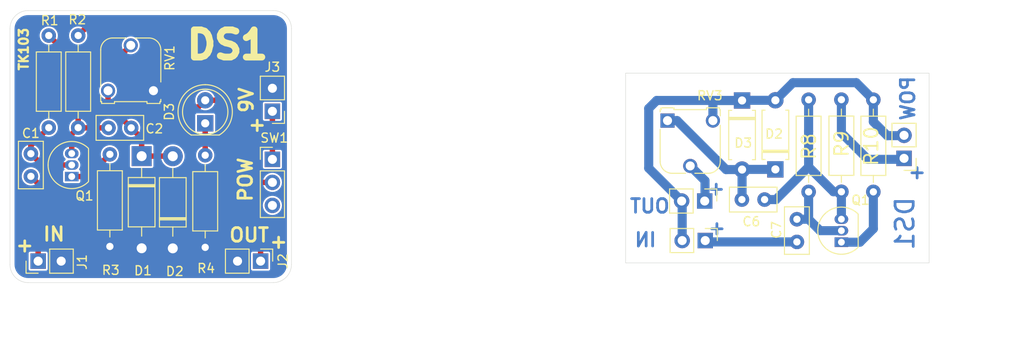
<source format=kicad_pcb>
(kicad_pcb (version 20240108) (generator "pcbnew") (generator_version "8.0")
  (layers (0 "F.Cu" signal) (31 "B.Cu" signal) (34 "B.Paste" user) (35 "F.Paste" user) (36 "B.SilkS" user "B.Silkscreen") (37 "F.SilkS" user "F.Silkscreen") (38 "B.Mask" user) (39 "F.Mask" user) (44 "Edge.Cuts" user))
  (net 0 "")
  (net 1 "IN")
  (net 2 "Net-(Q1-B)")
  (net 3 "Net-(Q1-C)")
  (net 4 "Net-(D1-K)")
  (net 5 "GND")
  (net 6 "Net-(Q1-E)")
  (net 7 "+9V")
  (net 8 "Net-(J3-Pin_1)")
  (net 9 "OUT")
  (net 10 "Net-(D3-K)")
  (footprint "Connector_PinHeader_2.54mm:PinHeader_1x03_P2.54mm_Vertical" (layer "F.Cu") (at 51 47.775)
    (property "Reference" "SW1" (at 0.2 -2.36 0) (layer "F.SilkS"))
    (property "Value" "ENABLE")
    (fp_line (start -1.33 -1.33) (end 0 -1.33) (stroke (width 0.12)) (layer "F.SilkS"))
    (fp_line (start -1.33 0) (end -1.33 -1.33) (stroke (width 0.12)) (layer "F.SilkS"))
    (fp_line (start -1.33 1.27) (end -1.33 6.41) (stroke (width 0.12)) (layer "F.SilkS"))
    (fp_line (start -1.33 1.27) (end 1.33 1.27) (stroke (width 0.12)) (layer "F.SilkS"))
    (fp_line (start -1.33 6.41) (end 1.33 6.41) (stroke (width 0.12)) (layer "F.SilkS"))
    (fp_line (start 1.33 1.27) (end 1.33 6.41) (stroke (width 0.12)) (layer "F.SilkS"))
    (pad "1" thru_hole rect (at 0 0) (size 1.7 1.7) (drill 1) (layers "*.Cu" "*.Mask") (net 8 "Net-(J3-Pin_1)"))
    (pad "2" thru_hole oval (at 0 2.54) (size 1.7 1.7) (drill 1) (layers "*.Cu" "*.Mask") (net 7 "+9V"))
    (pad "3" thru_hole oval (at 0 5.08) (size 1.7 1.7) (drill 1) (layers "*.Cu" "*.Mask"))
  )
  (footprint "Diode_THT:D_A-405_P7.62mm_Horizontal" (layer "F.Cu") (at 106.395 48.88 90)
    (property "Reference" "D2" (at 3.91 -0.15 0) (layer "F.SilkS"))
    (property "Value" "D")
    (fp_line (start 6.53 -1.47) (end 6.53 -1.14) (stroke (width 0.12)) (layer "F.SilkS"))
    (fp_line (start 2.11 -1.47) (end 2.11 1.47) (stroke (width 0.12)) (layer "F.SilkS"))
    (fp_line (start 1.99 -1.47) (end 1.99 1.47) (stroke (width 0.12)) (layer "F.SilkS"))
    (fp_line (start 1.87 -1.47) (end 1.87 1.47) (stroke (width 0.12)) (layer "F.SilkS"))
    (fp_line (start 1.09 -1.47) (end 6.53 -1.47) (stroke (width 0.12)) (layer "F.SilkS"))
    (fp_line (start 1.09 -1.14) (end 1.09 -1.47) (stroke (width 0.12)) (layer "F.SilkS"))
    (fp_line (start 1.09 1.14) (end 1.09 1.47) (stroke (width 0.12)) (layer "F.SilkS"))
    (fp_line (start 6.53 1.47) (end 6.53 1.14) (stroke (width 0.12)) (layer "F.SilkS"))
    (fp_line (start 1.09 1.47) (end 6.53 1.47) (stroke (width 0.12)) (layer "F.SilkS"))
    (pad "1" thru_hole rect (at 0 0 90) (size 1.8 1.8) (drill 0.9) (layers "*.Cu" "*.Mask"))
    (pad "2" thru_hole oval (at 7.62 0 90) (size 1.8 1.8) (drill 0.9) (layers "*.Cu" "*.Mask") (net 5 "GND"))
  )
  (footprint "Capacitor_THT:C_Disc_D5.0mm_W2.5mm_P2.50mm" (layer "F.Cu") (at 24.4 49.65 90)
    (property "Reference" "C1" (at 4.75 0 0) (layer "F.SilkS"))
    (property "Value" "100nF")
    (fp_line (start 3.87 -1.37) (end 3.87 1.37) (stroke (width 0.12)) (layer "F.SilkS"))
    (fp_line (start -1.37 -1.37) (end 3.87 -1.37) (stroke (width 0.12)) (layer "F.SilkS"))
    (fp_line (start -1.37 -1.37) (end -1.37 1.37) (stroke (width 0.12)) (layer "F.SilkS"))
    (fp_line (start -1.37 1.37) (end 3.87 1.37) (stroke (width 0.12)) (layer "F.SilkS"))
    (pad "1" thru_hole circle (at 0 0 90) (size 1.6 1.6) (drill 0.8) (layers "*.Cu" "*.Mask") (net 1 "IN"))
    (pad "2" thru_hole circle (at 2.5 0 90) (size 1.6 1.6) (drill 0.8) (layers "*.Cu" "*.Mask") (net 2 "Net-(Q1-B)"))
  )
  (footprint "Potentiometer_THT:Potentiometer_Runtron_RM-065_Vertical" (layer "F.Cu") (at 94.515 43.5)
    (property "Reference" "RV3" (at 4.66 -2.75 0) (layer "F.SilkS"))
    (property "Value" "100K")
    (fp_line (start -0.81 -1.21) (end -0.81 -0.96) (stroke (width 0.12)) (layer "F.SilkS"))
    (fp_line (start -0.81 4.5) (end -0.81 0.96) (stroke (width 0.12)) (layer "F.SilkS"))
    (fp_line (start -0.71 -1.41) (end -0.71 -1.21) (stroke (width 0.12)) (layer "F.SilkS"))
    (fp_line (start -0.71 -1.41) (end 0.71 -1.41) (stroke (width 0.12)) (layer "F.SilkS"))
    (fp_line (start -0.71 -1.21) (end -0.81 -1.21) (stroke (width 0.12)) (layer "F.SilkS"))
    (fp_line (start 0.71 -1.21) (end 0.71 -1.41) (stroke (width 0.12)) (layer "F.SilkS"))
    (fp_line (start 0.71 -1.21) (end 4.29 -1.21) (stroke (width 0.12)) (layer "F.SilkS"))
    (fp_line (start 1.99 5.81) (end 0.5 5.81) (stroke (width 0.12)) (layer "F.SilkS"))
    (fp_line (start 4.29 -1.41) (end 5.71 -1.41) (stroke (width 0.12)) (layer "F.SilkS"))
    (fp_line (start 4.29 -1.21) (end 4.29 -1.41) (stroke (width 0.12)) (layer "F.SilkS"))
    (fp_line (start 4.5 5.81) (end 3.01 5.81) (stroke (width 0.12)) (layer "F.SilkS"))
    (fp_line (start 5.71 -1.41) (end 5.71 -1.21) (stroke (width 0.12)) (layer "F.SilkS"))
    (fp_line (start 5.71 -1.21) (end 5.81 -1.21) (stroke (width 0.12)) (layer "F.SilkS"))
    (fp_line (start 5.81 -1.21) (end 5.81 -0.52) (stroke (width 0.12)) (layer "F.SilkS"))
    (fp_line (start 5.81 0.52) (end 5.81 4.5) (stroke (width 0.12)) (layer "F.SilkS"))
    (fp_arc (start 0.5 5.81) (mid -0.42631 5.42631) (end -0.81 4.5) (stroke (width 0.12)) (layer "F.SilkS"))
    (fp_arc (start 5.81 4.5) (mid 5.42631 5.42631) (end 4.5 5.81) (stroke (width 0.12)) (layer "F.SilkS"))
    (pad "1" thru_hole rect (at 0 0) (size 1.56 1.56) (drill 1) (layers "*.Cu" "*.Mask"))
    (pad "2" thru_hole circle (at 2.5 5) (size 1.56 1.56) (drill 1) (layers "*.Cu" "*.Mask") (net 9 "OUT"))
    (pad "3" thru_hole circle (at 5 0) (size 1.56 1.56) (drill 1) (layers "*.Cu" "*.Mask") (net 5 "GND"))
  )
  (footprint "Capacitor_THT:C_Disc_D5.0mm_W2.5mm_P2.50mm" (layer "F.Cu") (at 105.205 52.21 180)
    (property "Reference" "C6" (at 1.46 -2.43 0) (layer "F.SilkS"))
    (property "Value" "100nF")
    (fp_line (start 3.87 -1.37) (end 3.87 1.37) (stroke (width 0.12)) (layer "F.SilkS"))
    (fp_line (start -1.37 1.37) (end 3.87 1.37) (stroke (width 0.12)) (layer "F.SilkS"))
    (fp_line (start -1.37 -1.37) (end 3.87 -1.37) (stroke (width 0.12)) (layer "F.SilkS"))
    (fp_line (start -1.37 -1.37) (end -1.37 1.37) (stroke (width 0.12)) (layer "F.SilkS"))
    (pad "1" thru_hole circle (at 0 0 180) (size 1.6 1.6) (drill 0.8) (layers "*.Cu" "*.Mask") (net 3 "Net-(Q1-C)"))
    (pad "2" thru_hole circle (at 2.5 0 180) (size 1.6 1.6) (drill 0.8) (layers "*.Cu" "*.Mask"))
  )
  (footprint "Capacitor_THT:C_Disc_D5.0mm_W2.5mm_P2.50mm" (layer "F.Cu") (at 32.95 44.3)
    (property "Reference" "C2" (at 5.05 0.1 0) (layer "F.SilkS"))
    (property "Value" "100nF")
    (fp_line (start -1.37 -1.37) (end -1.37 1.37) (stroke (width 0.12)) (layer "F.SilkS"))
    (fp_line (start -1.37 -1.37) (end 3.87 -1.37) (stroke (width 0.12)) (layer "F.SilkS"))
    (fp_line (start -1.37 1.37) (end 3.87 1.37) (stroke (width 0.12)) (layer "F.SilkS"))
    (fp_line (start 3.87 -1.37) (end 3.87 1.37) (stroke (width 0.12)) (layer "F.SilkS"))
    (pad "1" thru_hole circle (at 0 0) (size 1.6 1.6) (drill 0.8) (layers "*.Cu" "*.Mask") (net 3 "Net-(Q1-C)"))
    (pad "2" thru_hole circle (at 2.5 0) (size 1.6 1.6) (drill 0.8) (layers "*.Cu" "*.Mask") (net 4 "Net-(D1-K)"))
  )
  (footprint "Resistor_THT:R_Axial_DIN0207_L6.3mm_D2.5mm_P10.16mm_Horizontal" (layer "F.Cu") (at 33.1 57.38 90)
    (property "Reference" "R3" (at -2.62 0.1 180) (layer "F.SilkS"))
    (property "Value" "680R")
    (fp_line (start 8.35 -1.37) (end 1.81 -1.37) (stroke (width 0.12)) (layer "F.SilkS"))
    (fp_line (start 1.81 -1.37) (end 1.81 1.37) (stroke (width 0.12)) (layer "F.SilkS"))
    (fp_line (start 9.12 0) (end 8.35 0) (stroke (width 0.12)) (layer "F.SilkS"))
    (fp_line (start 1.04 0) (end 1.81 0) (stroke (width 0.12)) (layer "F.SilkS"))
    (fp_line (start 8.35 1.37) (end 8.35 -1.37) (stroke (width 0.12)) (layer "F.SilkS"))
    (fp_line (start 1.81 1.37) (end 8.35 1.37) (stroke (width 0.12)) (layer "F.SilkS"))
    (pad "1" thru_hole circle (at 0 0 90) (size 1.6 1.6) (drill 0.8) (layers "*.Cu" "*.Mask") (net 5 "GND"))
    (pad "2" thru_hole oval (at 10.16 0 90) (size 1.6 1.6) (drill 0.8) (layers "*.Cu" "*.Mask") (net 6 "Net-(Q1-E)"))
  )
  (footprint "Diode_THT:D_DO-41_SOD81_P10.16mm_Horizontal" (layer "F.Cu") (at 40.03 57.59 90)
    (property "Reference" "D2" (at -2.54 0.22 180) (layer "F.SilkS"))
    (property "Value" "D")
    (fp_line (start 7.8 -1.47) (end 2.36 -1.47) (stroke (width 0.12)) (layer "F.SilkS"))
    (fp_line (start 3.38 -1.47) (end 3.38 1.47) (stroke (width 0.12)) (layer "F.SilkS"))
    (fp_line (start 3.26 -1.47) (end 3.26 1.47) (stroke (width 0.12)) (layer "F.SilkS"))
    (fp_line (start 3.14 -1.47) (end 3.14 1.47) (stroke (width 0.12)) (layer "F.SilkS"))
    (fp_line (start 2.36 -1.47) (end 2.36 1.47) (stroke (width 0.12)) (layer "F.SilkS"))
    (fp_line (start 8.82 0) (end 7.8 0) (stroke (width 0.12)) (layer "F.SilkS"))
    (fp_line (start 1.34 0) (end 2.36 0) (stroke (width 0.12)) (layer "F.SilkS"))
    (fp_line (start 7.8 1.47) (end 7.8 -1.47) (stroke (width 0.12)) (layer "F.SilkS"))
    (fp_line (start 2.36 1.47) (end 7.8 1.47) (stroke (width 0.12)) (layer "F.SilkS"))
    (pad "1" thru_hole rect (at 0 0 90) (size 2.2 2.2) (drill 1.1) (layers "*.Cu" "*.Mask") (net 5 "GND"))
    (pad "2" thru_hole oval (at 10.16 0 90) (size 2.2 2.2) (drill 1.1) (layers "*.Cu" "*.Mask") (net 4 "Net-(D1-K)"))
  )
  (footprint "Diode_THT:D_DO-41_SOD81_P10.16mm_Horizontal" (layer "F.Cu") (at 36.6 47.42 -90)
    (property "Reference" "D1" (at 12.63 -0.15 180) (layer "F.SilkS"))
    (property "Value" "D")
    (fp_line (start 2.36 1.47) (end 7.8 1.47) (stroke (width 0.12)) (layer "F.SilkS"))
    (fp_line (start 7.8 1.47) (end 7.8 -1.47) (stroke (width 0.12)) (layer "F.SilkS"))
    (fp_line (start 1.34 0) (end 2.36 0) (stroke (width 0.12)) (layer "F.SilkS"))
    (fp_line (start 8.82 0) (end 7.8 0) (stroke (width 0.12)) (layer "F.SilkS"))
    (fp_line (start 2.36 -1.47) (end 2.36 1.47) (stroke (width 0.12)) (layer "F.SilkS"))
    (fp_line (start 3.14 -1.47) (end 3.14 1.47) (stroke (width 0.12)) (layer "F.SilkS"))
    (fp_line (start 3.26 -1.47) (end 3.26 1.47) (stroke (width 0.12)) (layer "F.SilkS"))
    (fp_line (start 3.38 -1.47) (end 3.38 1.47) (stroke (width 0.12)) (layer "F.SilkS"))
    (fp_line (start 7.8 -1.47) (end 2.36 -1.47) (stroke (width 0.12)) (layer "F.SilkS"))
    (pad "1" thru_hole rect (at 0 0 270) (size 2.2 2.2) (drill 1.1) (layers "*.Cu" "*.Mask") (net 4 "Net-(D1-K)"))
    (pad "2" thru_hole oval (at 10.16 0 270) (size 2.2 2.2) (drill 1.1) (layers "*.Cu" "*.Mask") (net 5 "GND"))
  )
  (footprint "Package_TO_SOT_THT:TO-92_Inline" (layer "F.Cu") (at 28.9 49.67 90)
    (property "Reference" "Q1" (at -2.13 1.4 0) (layer "F.SilkS"))
    (property "Value" "2N3904")
    (fp_line (start -0.53 1.85) (end 3.07 1.85) (stroke (width 0.12)) (layer "F.SilkS"))
    (fp_arc (start 1.27 -2.6) (mid 3.672087 -0.994977) (end 3.108478 1.838478) (stroke (width 0.12)) (layer "F.SilkS"))
    (fp_arc (start -0.568478 1.838478) (mid -1.132087 -0.994977) (end 1.27 -2.6) (stroke (width 0.12)) (layer "F.SilkS"))
    (pad "1" thru_hole rect (at 0 0 90) (size 1.05 1.5) (drill 0.75) (layers "*.Cu" "*.Mask") (net 6 "Net-(Q1-E)"))
    (pad "2" thru_hole oval (at 1.27 0 90) (size 1.05 1.5) (drill 0.75) (layers "*.Cu" "*.Mask") (net 2 "Net-(Q1-B)"))
    (pad "3" thru_hole oval (at 2.54 0 90) (size 1.05 1.5) (drill 0.75) (layers "*.Cu" "*.Mask") (net 3 "Net-(Q1-C)"))
  )
  (footprint "Capacitor_THT:C_Disc_D5.0mm_W2.5mm_P2.50mm" (layer "F.Cu") (at 108.765 56.88 90)
    (property "Reference" "C7" (at 1.32 -2.25 90) (layer "F.SilkS"))
    (property "Value" "100nF")
    (fp_line (start 3.87 -1.37) (end 3.87 1.37) (stroke (width 0.12)) (layer "F.SilkS"))
    (fp_line (start -1.37 -1.37) (end 3.87 -1.37) (stroke (width 0.12)) (layer "F.SilkS"))
    (fp_line (start -1.37 -1.37) (end -1.37 1.37) (stroke (width 0.12)) (layer "F.SilkS"))
    (fp_line (start -1.37 1.37) (end 3.87 1.37) (stroke (width 0.12)) (layer "F.SilkS"))
    (pad "1" thru_hole circle (at 0 0 90) (size 1.6 1.6) (drill 0.8) (layers "*.Cu" "*.Mask") (net 1 "IN"))
    (pad "2" thru_hole circle (at 2.5 0 90) (size 1.6 1.6) (drill 0.8) (layers "*.Cu" "*.Mask") (net 2 "Net-(Q1-B)"))
  )
  (footprint "Potentiometer_THT:Potentiometer_Runtron_RM-065_Vertical" (layer "F.Cu") (at 37.9 40.2 180)
    (property "Reference" "RV1" (at -1.8 3.6 90) (layer "F.SilkS"))
    (property "Value" "100K")
    (fp_line (start 5.81 0.52) (end 5.81 4.5) (stroke (width 0.12)) (layer "F.SilkS"))
    (fp_line (start 5.81 -1.21) (end 5.81 -0.52) (stroke (width 0.12)) (layer "F.SilkS"))
    (fp_line (start 5.71 -1.21) (end 5.81 -1.21) (stroke (width 0.12)) (layer "F.SilkS"))
    (fp_line (start 5.71 -1.41) (end 5.71 -1.21) (stroke (width 0.12)) (layer "F.SilkS"))
    (fp_line (start 4.5 5.81) (end 3.01 5.81) (stroke (width 0.12)) (layer "F.SilkS"))
    (fp_line (start 4.29 -1.21) (end 4.29 -1.41) (stroke (width 0.12)) (layer "F.SilkS"))
    (fp_line (start 4.29 -1.41) (end 5.71 -1.41) (stroke (width 0.12)) (layer "F.SilkS"))
    (fp_line (start 1.99 5.81) (end 0.5 5.81) (stroke (width 0.12)) (layer "F.SilkS"))
    (fp_line (start 0.71 -1.21) (end 4.29 -1.21) (stroke (width 0.12)) (layer "F.SilkS"))
    (fp_line (start 0.71 -1.21) (end 0.71 -1.41) (stroke (width 0.12)) (layer "F.SilkS"))
    (fp_line (start -0.71 -1.21) (end -0.81 -1.21) (stroke (width 0.12)) (layer "F.SilkS"))
    (fp_line (start -0.71 -1.41) (end 0.71 -1.41) (stroke (width 0.12)) (layer "F.SilkS"))
    (fp_line (start -0.71 -1.41) (end -0.71 -1.21) (stroke (width 0.12)) (layer "F.SilkS"))
    (fp_line (start -0.81 4.5) (end -0.81 0.96) (stroke (width 0.12)) (layer "F.SilkS"))
    (fp_line (start -0.81 -1.21) (end -0.81 -0.96) (stroke (width 0.12)) (layer "F.SilkS"))
    (fp_arc (start 5.81 4.5) (mid 5.42631 5.42631) (end 4.5 5.81) (stroke (width 0.12)) (layer "F.SilkS"))
    (fp_arc (start 0.5 5.81) (mid -0.42631 5.42631) (end -0.81 4.5) (stroke (width 0.12)) (layer "F.SilkS"))
    (pad "1" thru_hole rect (at 0 0 180) (size 1.56 1.56) (drill 1) (layers "*.Cu" "*.Mask") (net 5 "GND"))
    (pad "2" thru_hole circle (at 2.5 5 180) (size 1.56 1.56) (drill 1) (layers "*.Cu" "*.Mask") (net 9 "OUT"))
    (pad "3" thru_hole circle (at 5 0 180) (size 1.56 1.56) (drill 1) (layers "*.Cu" "*.Mask") (net 4 "Net-(D1-K)"))
  )
  (footprint "Connector_PinHeader_2.54mm:PinHeader_1x02_P2.54mm_Vertical" (layer "F.Cu") (at 120.565 47.665 180)
    (property "Reference" "REF**" (hide yes))
    (property "Value" "PinHeader_1x02_P2.54mm_Vertical")
    (fp_line (start 1.33 1.27) (end 1.33 3.87) (stroke (width 0.12)) (layer "F.SilkS"))
    (fp_line (start -1.33 3.87) (end 1.33 3.87) (stroke (width 0.12)) (layer "F.SilkS"))
    (fp_line (start -1.33 1.27) (end 1.33 1.27) (stroke (width 0.12)) (layer "F.SilkS"))
    (fp_line (start -1.33 1.27) (end -1.33 3.87) (stroke (width 0.12)) (layer "F.SilkS"))
    (fp_line (start -1.33 0) (end -1.33 -1.33) (stroke (width 0.12)) (layer "F.SilkS"))
    (fp_line (start -1.33 -1.33) (end 0 -1.33) (stroke (width 0.12)) (layer "F.SilkS"))
    (pad "1" thru_hole rect (at 0 0 180) (size 1.7 1.7) (drill 1) (layers "*.Cu" "*.Mask"))
    (pad "2" thru_hole oval (at 0 2.54 180) (size 1.7 1.7) (drill 1) (layers "*.Cu" "*.Mask"))
  )
  (footprint "Diode_THT:D_A-405_P7.62mm_Horizontal" (layer "F.Cu") (at 102.725 41.28 -90)
    (property "Reference" "D3" (at 4.69 -0.13 0) (layer "F.SilkS"))
    (property "Value" "D")
    (fp_line (start 1.09 1.47) (end 6.53 1.47) (stroke (width 0.12)) (layer "F.SilkS"))
    (fp_line (start 6.53 1.47) (end 6.53 1.14) (stroke (width 0.12)) (layer "F.SilkS"))
    (fp_line (start 1.09 1.14) (end 1.09 1.47) (stroke (width 0.12)) (layer "F.SilkS"))
    (fp_line (start 1.09 -1.14) (end 1.09 -1.47) (stroke (width 0.12)) (layer "F.SilkS"))
    (fp_line (start 1.09 -1.47) (end 6.53 -1.47) (stroke (width 0.12)) (layer "F.SilkS"))
    (fp_line (start 1.87 -1.47) (end 1.87 1.47) (stroke (width 0.12)) (layer "F.SilkS"))
    (fp_line (start 1.99 -1.47) (end 1.99 1.47) (stroke (width 0.12)) (layer "F.SilkS"))
    (fp_line (start 2.11 -1.47) (end 2.11 1.47) (stroke (width 0.12)) (layer "F.SilkS"))
    (fp_line (start 6.53 -1.47) (end 6.53 -1.14) (stroke (width 0.12)) (layer "F.SilkS"))
    (pad "1" thru_hole rect (at 0 0 270) (size 1.8 1.8) (drill 0.9) (layers "*.Cu" "*.Mask") (net 5 "GND"))
    (pad "2" thru_hole oval (at 7.62 0 270) (size 1.8 1.8) (drill 0.9) (layers "*.Cu" "*.Mask"))
  )
  (footprint "Resistor_THT:R_Axial_DIN0207_L6.3mm_D2.5mm_P10.16mm_Horizontal" (layer "F.Cu") (at 113.665 51.35 90)
    (property "Reference" "R9" (at 5.3 0.02 -90) (layer "F.SilkS") (effects (font (size 1.5 1.5) (thickness 0.2))))
    (property "Value" "47K")
    (fp_line (start 8.35 -1.37) (end 1.81 -1.37) (stroke (width 0.12)) (layer "F.SilkS"))
    (fp_line (start 1.81 -1.37) (end 1.81 1.37) (stroke (width 0.12)) (layer "F.SilkS"))
    (fp_line (start 9.12 0) (end 8.35 0) (stroke (width 0.12)) (layer "F.SilkS"))
    (fp_line (start 1.04 0) (end 1.81 0) (stroke (width 0.12)) (layer "F.SilkS"))
    (fp_line (start 8.35 1.37) (end 8.35 -1.37) (stroke (width 0.12)) (layer "F.SilkS"))
    (fp_line (start 1.81 1.37) (end 8.35 1.37) (stroke (width 0.12)) (layer "F.SilkS"))
    (pad "1" thru_hole circle (at 0 0 90) (size 1.6 1.6) (drill 0.8) (layers "*.Cu" "*.Mask") (net 3 "Net-(Q1-C)"))
    (pad "2" thru_hole oval (at 10.16 0 90) (size 1.6 1.6) (drill 0.8) (layers "*.Cu" "*.Mask") (net 7 "+9V"))
  )
  (footprint "Connector_PinHeader_2.54mm:PinHeader_1x02_P2.54mm_Vertical" (layer "F.Cu") (at 51 42.475 180)
    (property "Reference" "J3" (at 0 4.875 0) (layer "F.SilkS"))
    (property "Value" "9V_BATT")
    (fp_line (start 1.33 1.27) (end 1.33 3.87) (stroke (width 0.12)) (layer "F.SilkS"))
    (fp_line (start -1.33 3.87) (end 1.33 3.87) (stroke (width 0.12)) (layer "F.SilkS"))
    (fp_line (start -1.33 1.27) (end 1.33 1.27) (stroke (width 0.12)) (layer "F.SilkS"))
    (fp_line (start -1.33 1.27) (end -1.33 3.87) (stroke (width 0.12)) (layer "F.SilkS"))
    (fp_line (start -1.33 0) (end -1.33 -1.33) (stroke (width 0.12)) (layer "F.SilkS"))
    (fp_line (start -1.33 -1.33) (end 0 -1.33) (stroke (width 0.12)) (layer "F.SilkS"))
    (pad "1" thru_hole rect (at 0 0 180) (size 1.7 1.7) (drill 1) (layers "*.Cu" "*.Mask") (net 8 "Net-(J3-Pin_1)"))
    (pad "2" thru_hole oval (at 0 2.54 180) (size 1.7 1.7) (drill 1) (layers "*.Cu" "*.Mask") (net 5 "GND"))
  )
  (footprint "Connector_PinHeader_2.54mm:PinHeader_1x02_P2.54mm_Vertical" (layer "F.Cu") (at 98.61 52.37 -90)
    (property "Reference" "REF**" (hide yes))
    (property "Value" "PinHeader_1x02_P2.54mm_Vertical")
    (fp_line (start -1.33 3.87) (end 1.33 3.87) (stroke (width 0.12)) (layer "F.SilkS"))
    (fp_line (start -1.33 1.27) (end -1.33 3.87) (stroke (width 0.12)) (layer "F.SilkS"))
    (fp_line (start -1.33 1.27) (end 1.33 1.27) (stroke (width 0.12)) (layer "F.SilkS"))
    (fp_line (start 1.33 1.27) (end 1.33 3.87) (stroke (width 0.12)) (layer "F.SilkS"))
    (fp_line (start -1.33 0) (end -1.33 -1.33) (stroke (width 0.12)) (layer "F.SilkS"))
    (fp_line (start -1.33 -1.33) (end 0 -1.33) (stroke (width 0.12)) (layer "F.SilkS"))
    (pad "1" thru_hole rect (at 0 0 270) (size 1.7 1.7) (drill 1) (layers "*.Cu" "*.Mask"))
    (pad "2" thru_hole oval (at 0 2.54 270) (size 1.7 1.7) (drill 1) (layers "*.Cu" "*.Mask"))
  )
  (footprint "Resistor_THT:R_Axial_DIN0207_L6.3mm_D2.5mm_P10.16mm_Horizontal" (layer "F.Cu") (at 26.37 44.28 90)
    (property "Reference" "R1" (at 11.81 0.1 180) (layer "F.SilkS"))
    (property "Value" "2.2M")
    (fp_line (start 8.35 -1.37) (end 1.81 -1.37) (stroke (width 0.12)) (layer "F.SilkS"))
    (fp_line (start 1.81 -1.37) (end 1.81 1.37) (stroke (width 0.12)) (layer "F.SilkS"))
    (fp_line (start 9.12 0) (end 8.35 0) (stroke (width 0.12)) (layer "F.SilkS"))
    (fp_line (start 1.04 0) (end 1.81 0) (stroke (width 0.12)) (layer "F.SilkS"))
    (fp_line (start 8.35 1.37) (end 8.35 -1.37) (stroke (width 0.12)) (layer "F.SilkS"))
    (fp_line (start 1.81 1.37) (end 8.35 1.37) (stroke (width 0.12)) (layer "F.SilkS"))
    (pad "1" thru_hole circle (at 0 0 90) (size 1.6 1.6) (drill 0.8) (layers "*.Cu" "*.Mask") (net 2 "Net-(Q1-B)"))
    (pad "2" thru_hole oval (at 10.16 0 90) (size 1.6 1.6) (drill 0.8) (layers "*.Cu" "*.Mask") (net 3 "Net-(Q1-C)"))
  )
  (footprint "Resistor_THT:R_Axial_DIN0207_L6.3mm_D2.5mm_P10.16mm_Horizontal" (layer "F.Cu") (at 43.6 57.48 90)
    (property "Reference" "R4" (at -2.32 0.1 180) (layer "F.SilkS"))
    (property "Value" "10K")
    (fp_line (start 8.35 -1.37) (end 1.81 -1.37) (stroke (width 0.12)) (layer "F.SilkS"))
    (fp_line (start 1.81 -1.37) (end 1.81 1.37) (stroke (width 0.12)) (layer "F.SilkS"))
    (fp_line (start 9.12 0) (end 8.35 0) (stroke (width 0.12)) (layer "F.SilkS"))
    (fp_line (start 1.04 0) (end 1.81 0) (stroke (width 0.12)) (layer "F.SilkS"))
    (fp_line (start 8.35 1.37) (end 8.35 -1.37) (stroke (width 0.12)) (layer "F.SilkS"))
    (fp_line (start 1.81 1.37) (end 8.35 1.37) (stroke (width 0.12)) (layer "F.SilkS"))
    (pad "1" thru_hole circle (at 0 0 90) (size 1.6 1.6) (drill 0.8) (layers "*.Cu" "*.Mask") (net 5 "GND"))
    (pad "2" thru_hole oval (at 10.16 0 90) (size 1.6 1.6) (drill 0.8) (layers "*.Cu" "*.Mask") (net 10 "Net-(D3-K)"))
  )
  (footprint "Package_TO_SOT_THT:TO-92_Inline" (layer "F.Cu") (at 113.665 56.91 90)
    (property "Reference" "Q1" (at 4.64 2.1 180) (layer "F.SilkS"))
    (property "Value" "2N3904")
    (fp_line (start -0.53 1.85) (end 3.07 1.85) (stroke (width 0.12)) (layer "F.SilkS"))
    (fp_arc (start 1.27 -2.6) (mid 3.672087 -0.994977) (end 3.108478 1.838478) (stroke (width 0.12)) (layer "F.SilkS"))
    (fp_arc (start -0.568478 1.838478) (mid -1.132087 -0.994977) (end 1.27 -2.6) (stroke (width 0.12)) (layer "F.SilkS"))
    (pad "1" thru_hole rect (at 0 0 90) (size 1.05 1.5) (drill 0.75) (layers "*.Cu" "*.Mask") (net 6 "Net-(Q1-E)"))
    (pad "2" thru_hole oval (at 1.27 0 90) (size 1.05 1.5) (drill 0.75) (layers "*.Cu" "*.Mask") (net 2 "Net-(Q1-B)"))
    (pad "3" thru_hole oval (at 2.54 0 90) (size 1.05 1.5) (drill 0.75) (layers "*.Cu" "*.Mask") (net 3 "Net-(Q1-C)"))
  )
  (footprint "Connector_PinHeader_2.54mm:PinHeader_1x02_P2.54mm_Vertical" (layer "F.Cu") (at 49.7 59 -90)
    (property "Reference" "J2" (at 0 -2.46 90) (layer "F.SilkS"))
    (property "Value" "Conn_01x02")
    (fp_line (start -1.33 3.87) (end 1.33 3.87) (stroke (width 0.12)) (layer "F.SilkS"))
    (fp_line (start -1.33 1.27) (end -1.33 3.87) (stroke (width 0.12)) (layer "F.SilkS"))
    (fp_line (start -1.33 1.27) (end 1.33 1.27) (stroke (width 0.12)) (layer "F.SilkS"))
    (fp_line (start 1.33 1.27) (end 1.33 3.87) (stroke (width 0.12)) (layer "F.SilkS"))
    (fp_line (start -1.33 0) (end -1.33 -1.33) (stroke (width 0.12)) (layer "F.SilkS"))
    (fp_line (start -1.33 -1.33) (end 0 -1.33) (stroke (width 0.12)) (layer "F.SilkS"))
    (pad "1" thru_hole rect (at 0 0 270) (size 1.7 1.7) (drill 1) (layers "*.Cu" "*.Mask") (net 9 "OUT"))
    (pad "2" thru_hole oval (at 0 2.54 270) (size 1.7 1.7) (drill 1) (layers "*.Cu" "*.Mask") (net 5 "GND"))
  )
  (footprint "Connector_PinHeader_2.54mm:PinHeader_1x02_P2.54mm_Vertical" (layer "F.Cu") (at 98.67 56.73 -90)
    (property "Reference" "REF**" (hide yes))
    (property "Value" "PinHeader_1x02_P2.54mm_Vertical")
    (fp_line (start -1.33 3.87) (end 1.33 3.87) (stroke (width 0.12)) (layer "F.SilkS"))
    (fp_line (start -1.33 1.27) (end -1.33 3.87) (stroke (width 0.12)) (layer "F.SilkS"))
    (fp_line (start -1.33 1.27) (end 1.33 1.27) (stroke (width 0.12)) (layer "F.SilkS"))
    (fp_line (start 1.33 1.27) (end 1.33 3.87) (stroke (width 0.12)) (layer "F.SilkS"))
    (fp_line (start -1.33 0) (end -1.33 -1.33) (stroke (width 0.12)) (layer "F.SilkS"))
    (fp_line (start -1.33 -1.33) (end 0 -1.33) (stroke (width 0.12)) (layer "F.SilkS"))
    (pad "1" thru_hole rect (at 0 0 270) (size 1.7 1.7) (drill 1) (layers "*.Cu" "*.Mask"))
    (pad "2" thru_hole oval (at 0 2.54 270) (size 1.7 1.7) (drill 1) (layers "*.Cu" "*.Mask"))
  )
  (footprint "Connector_PinHeader_2.54mm:PinHeader_1x02_P2.54mm_Vertical" (layer "F.Cu") (at 25.2 59 90)
    (property "Reference" "J1" (at -0.1 4.84 90) (layer "F.SilkS"))
    (property "Value" "Conn_01x02")
    (fp_line (start -1.33 -1.33) (end 0 -1.33) (stroke (width 0.12)) (layer "F.SilkS"))
    (fp_line (start -1.33 0) (end -1.33 -1.33) (stroke (width 0.12)) (layer "F.SilkS"))
    (fp_line (start 1.33 1.27) (end 1.33 3.87) (stroke (width 0.12)) (layer "F.SilkS"))
    (fp_line (start -1.33 1.27) (end 1.33 1.27) (stroke (width 0.12)) (layer "F.SilkS"))
    (fp_line (start -1.33 1.27) (end -1.33 3.87) (stroke (width 0.12)) (layer "F.SilkS"))
    (fp_line (start -1.33 3.87) (end 1.33 3.87) (stroke (width 0.12)) (layer "F.SilkS"))
    (pad "1" thru_hole rect (at 0 0 90) (size 1.7 1.7) (drill 1) (layers "*.Cu" "*.Mask") (net 1 "IN"))
    (pad "2" thru_hole oval (at 0 2.54 90) (size 1.7 1.7) (drill 1) (layers "*.Cu" "*.Mask") (net 5 "GND"))
  )
  (footprint "Resistor_THT:R_Axial_DIN0207_L6.3mm_D2.5mm_P10.16mm_Horizontal" (layer "F.Cu") (at 29.61 44.28 90)
    (property "Reference" "R2" (at 11.91 -0.09 180) (layer "F.SilkS"))
    (property "Value" "47K")
    (fp_line (start 8.35 -1.37) (end 1.81 -1.37) (stroke (width 0.12)) (layer "F.SilkS"))
    (fp_line (start 1.81 -1.37) (end 1.81 1.37) (stroke (width 0.12)) (layer "F.SilkS"))
    (fp_line (start 9.12 0) (end 8.35 0) (stroke (width 0.12)) (layer "F.SilkS"))
    (fp_line (start 1.04 0) (end 1.81 0) (stroke (width 0.12)) (layer "F.SilkS"))
    (fp_line (start 8.35 1.37) (end 8.35 -1.37) (stroke (width 0.12)) (layer "F.SilkS"))
    (fp_line (start 1.81 1.37) (end 8.35 1.37) (stroke (width 0.12)) (layer "F.SilkS"))
    (pad "1" thru_hole circle (at 0 0 90) (size 1.6 1.6) (drill 0.8) (layers "*.Cu" "*.Mask") (net 3 "Net-(Q1-C)"))
    (pad "2" thru_hole oval (at 10.16 0 90) (size 1.6 1.6) (drill 0.8) (layers "*.Cu" "*.Mask") (net 7 "+9V"))
  )
  (footprint "LED_THT:LED_D5.0mm" (layer "F.Cu") (at 43.6 43.8 90)
    (property "Reference" "D3" (at 1.27 -3.96 90) (layer "F.SilkS"))
    (property "Value" "RED")
    (fp_line (start -1.29 -1.545) (end -1.29 1.545) (stroke (width 0.12)) (layer "F.SilkS"))
    (fp_arc (start -1.29 -1.54483) (mid 2.072002 -2.880433) (end 4.26 0.000462) (stroke (width 0.12)) (layer "F.SilkS"))
    (fp_arc (start 4.26 -0.000462) (mid 2.072002 2.880433) (end -1.29 1.54483) (stroke (width 0.12)) (layer "F.SilkS"))
    (fp_circle (center 1.27 0) (end 3.77 0) (stroke (width 0.12)) (fill none) (layer "F.SilkS"))
    (pad "1" thru_hole rect (at 0 0 90) (size 1.8 1.8) (drill 0.9) (layers "*.Cu" "*.Mask") (net 10 "Net-(D3-K)"))
    (pad "2" thru_hole circle (at 2.54 0 90) (size 1.8 1.8) (drill 0.9) (layers "*.Cu" "*.Mask") (net 7 "+9V"))
  )
  (footprint "Resistor_THT:R_Axial_DIN0207_L6.3mm_D2.5mm_P10.16mm_Horizontal" (layer "F.Cu") (at 117.185 41.2 -90)
    (property "Reference" "R10" (at 5.12 0.24 90) (layer "F.SilkS") (effects (font (size 1.5 1.5) (thickness 0.2))))
    (property "Value" "680R")
    (fp_line (start 1.81 1.37) (end 8.35 1.37) (stroke (width 0.12)) (layer "F.SilkS"))
    (fp_line (start 8.35 1.37) (end 8.35 -1.37) (stroke (width 0.12)) (layer "F.SilkS"))
    (fp_line (start 1.04 0) (end 1.81 0) (stroke (width 0.12)) (layer "F.SilkS"))
    (fp_line (start 9.12 0) (end 8.35 0) (stroke (width 0.12)) (layer "F.SilkS"))
    (fp_line (start 1.81 -1.37) (end 1.81 1.37) (stroke (width 0.12)) (layer "F.SilkS"))
    (fp_line (start 8.35 -1.37) (end 1.81 -1.37) (stroke (width 0.12)) (layer "F.SilkS"))
    (pad "1" thru_hole circle (at 0 0 270) (size 1.6 1.6) (drill 0.8) (layers "*.Cu" "*.Mask") (net 5 "GND"))
    (pad "2" thru_hole oval (at 10.16 0 270) (size 1.6 1.6) (drill 0.8) (layers "*.Cu" "*.Mask") (net 6 "Net-(Q1-E)"))
  )
  (footprint "Resistor_THT:R_Axial_DIN0207_L6.3mm_D2.5mm_P10.16mm_Horizontal" (layer "F.Cu") (at 110.055 51.36 90)
    (property "Reference" "R8" (at 5.01 0.04 -90) (layer "F.SilkS") (effects (font (size 1.5 1.5) (thickness 0.2))))
    (property "Value" "2.2M")
    (fp_line (start 8.35 -1.37) (end 1.81 -1.37) (stroke (width 0.12)) (layer "F.SilkS"))
    (fp_line (start 1.81 -1.37) (end 1.81 1.37) (stroke (width 0.12)) (layer "F.SilkS"))
    (fp_line (start 9.12 0) (end 8.35 0) (stroke (width 0.12)) (layer "F.SilkS"))
    (fp_line (start 1.04 0) (end 1.81 0) (stroke (width 0.12)) (layer "F.SilkS"))
    (fp_line (start 8.35 1.37) (end 8.35 -1.37) (stroke (width 0.12)) (layer "F.SilkS"))
    (fp_line (start 1.81 1.37) (end 8.35 1.37) (stroke (width 0.12)) (layer "F.SilkS"))
    (pad "1" thru_hole circle (at 0 0 90) (size 1.6 1.6) (drill 0.8) (layers "*.Cu" "*.Mask") (net 2 "Net-(Q1-B)"))
    (pad "2" thru_hole oval (at 10.16 0 90) (size 1.6 1.6) (drill 0.8) (layers "*.Cu" "*.Mask") (net 3 "Net-(Q1-C)"))
  )
  (gr_line (start 51.1 61.365) (end 24.1 61.365) (stroke (width 0.05)) (layer "Edge.Cuts"))
  (gr_line (start 24.1 31.365) (end 51.1 31.365) (stroke (width 0.05)) (layer "Edge.Cuts"))
  (gr_line (start 22.1 59.365) (end 22.1 33.365) (stroke (width 0.05)) (layer "Edge.Cuts"))
  (gr_arc (start 51.1 31.365) (mid 52.514214 31.950786) (end 53.1 33.365) (stroke (width 0.05)) (layer "Edge.Cuts"))
  (gr_arc (start 53.1 59.365) (mid 52.514214 60.779214) (end 51.1 61.365) (stroke (width 0.05)) (layer "Edge.Cuts"))
  (gr_rect (start 89.9 38.265) (end 123.325 59.2) (stroke (width 0.05)) (fill none) (layer "Edge.Cuts"))
  (gr_arc (start 24.1 61.365) (mid 22.685786 60.779214) (end 22.1 59.365) (stroke (width 0.05)) (layer "Edge.Cuts"))
  (gr_arc (start 22.1 33.365) (mid 22.685786 31.950786) (end 24.1 31.365) (stroke (width 0.05)) (layer "Edge.Cuts"))
  (gr_line (start 53.1 33.365) (end 53.1 59.365) (stroke (width 0.05)) (layer "Edge.Cuts"))
  (gr_text "+" (at 101.005 51.855 0) (layer "B.Cu") (effects (font (size 1.5 1.5) (thickness 0.3) (bold yes)) (justify left bottom mirror)))
  (gr_text "DS1\n" (at 121.835 51.75 90) (layer "B.Cu") (effects (font (size 2 2) (thickness 0.3) (bold yes)) (justify left bottom mirror)))
  (gr_text "+" (at 123.13 50.03 0) (layer "B.Cu") (effects (font (size 1.5 1.5) (thickness 0.3) (bold yes)) (justify left bottom mirror)))
  (gr_text "+" (at 101.08 56.205 0) (layer "B.Cu") (effects (font (size 1.5 1.5) (thickness 0.3) (bold yes)) (justify left bottom mirror)))
  (gr_text "IN\n" (at 93.43 57.53 0) (layer "B.Cu") (effects (font (size 1.5 1.5) (thickness 0.3) (bold yes)) (justify left bottom mirror)))
  (gr_text "POW\n" (at 121.855 38.45 90) (layer "B.Cu") (effects (font (size 1.5 1.5) (thickness 0.3) (bold yes)) (justify left bottom mirror)))
  (gr_text "OUT" (at 94.905 53.805 0) (layer "B.Cu") (effects (font (size 1.5 1.5) (thickness 0.3) (bold yes)) (justify left bottom mirror)))
  (gr_text "DS1\n" (at 41.2 36.9 0) (layer "F.SilkS") (effects (font (size 3 3) (thickness 0.75) (bold yes)) (justify left bottom)))
  (gr_text "+" (at 22.6 58.1 0) (layer "F.SilkS") (effects (font (size 1.5 1.5) (thickness 0.3) (bold yes)) (justify left bottom)))
  (gr_text "OUT" (at 46.1 57 -0) (layer "F.SilkS") (effects (font (size 1.5 1.5) (thickness 0.3) (bold yes)) (justify left bottom)))
  (gr_text "TK103" (at 24.2 38.1 90) (layer "F.SilkS") (effects (font (size 1 1) (thickness 0.25) (bold yes)) (justify left bottom)))
  (gr_text "+" (at 48.2 44.8 0) (layer "F.SilkS") (effects (font (size 1.5 1.5) (thickness 0.3) (bold yes)) (justify left bottom)))
  (gr_text "IN\n" (at 25.6 56.9 -0) (layer "F.SilkS") (effects (font (size 1.5 1.5) (thickness 0.3) (bold yes)) (justify left bottom)))
  (gr_text "9V\n" (at 49 42.8 90) (layer "F.SilkS") (effects (font (size 1.5 1.5) (thickness 0.3) (bold yes)) (justify left bottom)))
  (gr_text "POW\n" (at 48.9 52.6 90) (layer "F.SilkS") (effects (font (size 1.5 1.5) (thickness 0.3) (bold yes)) (justify left bottom)))
  (gr_text "+" (at 50.56 57.7 0) (layer "F.SilkS") (effects (font (size 1.5 1.5) (thickness 0.3) (bold yes)) (justify left bottom)))
  (segment (start 106.395 48.88) (end 102.745 48.88) (width 1) (layer "B.Cu") (net 0))
  (segment (start 102.725 52.19) (end 102.705 52.21) (width 1) (layer "B.Cu") (net 0))
  (segment (start 102.725 48.9) (end 100.965 48.9) (width 1) (layer "B.Cu") (net 0))
  (segment (start 102.725 48.9) (end 102.725 52.19) (width 1) (layer "B.Cu") (net 0))
  (segment (start 102.745 48.88) (end 102.725 48.9) (width 1) (layer "B.Cu") (net 0))
  (segment (start 95.565 43.5) (end 94.515 43.5) (width 1) (layer "B.Cu") (net 0))
  (segment (start 100.965 48.9) (end 95.565 43.5) (width 1) (layer "B.Cu") (net 0))
  (segment (start 25.2 59) (end 25.2 50.45) (width 0.6) (layer "F.Cu") (net 1))
  (segment (start 25.2 50.45) (end 24.4 49.65) (width 0.6) (layer "F.Cu") (net 1))
  (segment (start 98.785 56.88) (end 98.625 56.72) (width 1) (layer "B.Cu") (net 1))
  (segment (start 108.765 56.88) (end 98.785 56.88) (width 1) (layer "B.Cu") (net 1))
  (segment (start 24.4 47.15) (end 24.4 46.25) (width 0.6) (layer "F.Cu") (net 2))
  (segment (start 25.65 48.4) (end 28.9 48.4) (width 0.6) (layer "F.Cu") (net 2))
  (segment (start 24.4 46.25) (end 26.37 44.28) (width 0.6) (layer "F.Cu") (net 2))
  (segment (start 24.4 47.15) (end 25.65 48.4) (width 0.6) (layer "F.Cu") (net 2))
  (segment (start 111.315 55.64) (end 110.055 54.38) (width 1) (layer "B.Cu") (net 2))
  (segment (start 108.765 54.38) (end 110.055 54.38) (width 1) (layer "B.Cu") (net 2))
  (segment (start 113.665 55.64) (end 111.315 55.64) (width 1) (layer "B.Cu") (net 2))
  (segment (start 110.055 54.38) (end 110.055 51.36) (width 1) (layer "B.Cu") (net 2))
  (segment (start 28.9 44.99) (end 29.61 44.28) (width 0.6) (layer "F.Cu") (net 3))
  (segment (start 28.9 47.13) (end 28.9 44.99) (width 0.6) (layer "F.Cu") (net 3))
  (segment (start 29.61 37.36) (end 29.61 44.28) (width 0.6) (layer "F.Cu") (net 3))
  (segment (start 29.63 44.3) (end 29.61 44.28) (width 0.6) (layer "F.Cu") (net 3))
  (segment (start 26.37 34.12) (end 29.61 37.36) (width 0.6) (layer "F.Cu") (net 3))
  (segment (start 32.95 44.3) (end 29.63 44.3) (width 0.6) (layer "F.Cu") (net 3))
  (segment (start 110.055 48.61) (end 110.055 44.68) (width 1) (layer "B.Cu") (net 3))
  (segment (start 106.455 52.21) (end 110.055 48.61) (width 1) (layer "B.Cu") (net 3))
  (segment (start 112.795 51.35) (end 110.055 48.61) (width 1) (layer "B.Cu") (net 3))
  (segment (start 110.055 44.68) (end 110.055 41.2) (width 1) (layer "B.Cu") (net 3))
  (segment (start 113.665 51.35) (end 113.665 54.37) (width 1) (layer "B.Cu") (net 3))
  (segment (start 105.205 52.21) (end 106.455 52.21) (width 1) (layer "B.Cu") (net 3))
  (segment (start 113.665 51.35) (end 112.795 51.35) (width 1) (layer "B.Cu") (net 3))
  (segment (start 36.6 45.45) (end 36.6 47.42) (width 0.6) (layer "F.Cu") (net 4))
  (segment (start 32.9 41.75) (end 35.45 44.3) (width 0.6) (layer "F.Cu") (net 4))
  (segment (start 32.9 40.2) (end 32.9 41.75) (width 0.6) (layer "F.Cu") (net 4))
  (segment (start 35.45 44.3) (end 36.6 45.45) (width 0.6) (layer "F.Cu") (net 4))
  (segment (start 40.03 47.43) (end 40.02 47.42) (width 0.6) (layer "F.Cu") (net 4))
  (segment (start 40.02 47.42) (end 36.6 47.42) (width 0.6) (layer "F.Cu") (net 4))
  (segment (start 51 39.935) (end 50.665 39.6) (width 0.6) (layer "F.Cu") (net 5))
  (segment (start 50.665 39.6) (end 38.5 39.6) (width 0.6) (layer "F.Cu") (net 5))
  (segment (start 36.6 57.58) (end 40.02 57.58) (width 0.6) (layer "F.Cu") (net 5))
  (segment (start 38.5 39.6) (end 37.9 40.2) (width 0.6) (layer "F.Cu") (net 5))
  (segment (start 33.1 57.38) (end 36.4 57.38) (width 0.6) (layer "F.Cu") (net 5))
  (segment (start 36.4 57.38) (end 36.6 57.58) (width 0.6) (layer "F.Cu") (net 5))
  (segment (start 40.14 57.48) (end 40.03 57.59) (width 0.6) (layer "F.Cu") (net 5))
  (segment (start 47.16 59) (end 45.64 57.48) (width 0.6) (layer "F.Cu") (net 5))
  (segment (start 40.02 57.58) (end 40.03 57.59) (width 0.6) (layer "F.Cu") (net 5))
  (segment (start 43.6 57.48) (end 40.14 57.48) (width 0.6) (layer "F.Cu") (net 5))
  (segment (start 29.36 57.38) (end 33.1 57.38) (width 0.6) (layer "F.Cu") (net 5))
  (segment (start 27.74 59) (end 29.36 57.38) (width 0.6) (layer "F.Cu") (net 5))
  (segment (start 45.64 57.48) (end 43.6 57.48) (width 0.6) (layer "F.Cu") (net 5))
  (segment (start 102.725 41.28) (end 99.515 41.28) (width 1) (layer "B.Cu") (net 5))
  (segment (start 115.305 39.32) (end 117.185 41.2) (width 1) (layer "B.Cu") (net 5))
  (segment (start 108.335 39.32) (end 115.305 39.32) (width 1) (layer "B.Cu") (net 5))
  (segment (start 93.325 41.28) (end 102.935 41.28) (width 1) (layer "B.Cu") (net 5))
  (segment (start 118.715 45.16) (end 120.535 45.16) (width 1) (layer "B.Cu") (net 5))
  (segment (start 99.515 41.28) (end 99.515 43.5) (width 1) (layer "B.Cu") (net 5))
  (segment (start 117.185 41.2) (end 117.185 43.63) (width 1) (layer "B.Cu") (net 5))
  (segment (start 106.395 41.26) (end 108.335 39.32) (width 1) (layer "B.Cu") (net 5))
  (segment (start 96.13 52.43) (end 92.445 48.745) (width 1) (layer "B.Cu") (net 5))
  (segment (start 92.445 48.745) (end 92.445 42.16) (width 1) (layer "B.Cu") (net 5))
  (segment (start 102.745 41.26) (end 102.725 41.28) (width 1) (layer "B.Cu") (net 5))
  (segment (start 96.13 56.73) (end 96.13 52.43) (width 1) (layer "B.Cu") (net 5))
  (segment (start 106.395 41.26) (end 102.745 41.26) (width 1) (layer "B.Cu") (net 5))
  (segment (start 117.185 43.63) (end 118.715 45.16) (width 1) (layer "B.Cu") (net 5))
  (segment (start 92.445 42.16) (end 93.325 41.28) (width 1) (layer "B.Cu") (net 5))
  (segment (start 28.9 49.67) (end 30.65 49.67) (width 0.6) (layer "F.Cu") (net 6))
  (segment (start 30.65 49.67) (end 33.1 47.22) (width 0.6) (layer "F.Cu") (net 6))
  (segment (start 117.185 55.43) (end 115.705 56.91) (width 1) (layer "B.Cu") (net 6))
  (segment (start 117.185 51.36) (end 117.185 55.43) (width 1) (layer "B.Cu") (net 6))
  (segment (start 115.705 56.91) (end 113.665 56.91) (width 1) (layer "B.Cu") (net 6))
  (segment (start 37.5 34) (end 36.6 33.1) (width 0.6) (layer "F.Cu") (net 7))
  (segment (start 46.9 43.4) (end 46.9 48) (width 0.6) (layer "F.Cu") (net 7))
  (segment (start 35.9 40.9) (end 35.9 38.8) (width 0.6) (layer "F.Cu") (net 7))
  (segment (start 43.6 41.26) (end 44.76 41.26) (width 0.6) (layer "F.Cu") (net 7))
  (segment (start 30.63 33.1) (end 29.61 34.12) (width 0.6) (layer "F.Cu") (net 7))
  (segment (start 36.6 33.1) (end 30.63 33.1) (width 0.6) (layer "F.Cu") (net 7))
  (segment (start 42.86 42) (end 37 42) (width 0.6) (layer "F.Cu") (net 7))
  (segment (start 37.5 37.2) (end 37.5 34) (width 0.6) (layer "F.Cu") (net 7))
  (segment (start 37 42) (end 35.9 40.9) (width 0.6) (layer "F.Cu") (net 7))
  (segment (start 44.76 41.26) (end 46.9 43.4) (width 0.6) (layer "F.Cu") (net 7))
  (segment (start 35.9 38.8) (end 37.5 37.2) (width 0.6) (layer "F.Cu") (net 7))
  (segment (start 46.9 48) (end 49.215 50.315) (width 0.6) (layer "F.Cu") (net 7))
  (segment (start 43.6 41.26) (end 42.86 42) (width 0.6) (layer "F.Cu") (net 7))
  (segment (start 49.215 50.315) (end 51 50.315) (width 0.6) (layer "F.Cu") (net 7))
  (segment (start 113.665 41.19) (end 113.665 44.86) (width 1) (layer "B.Cu") (net 7))
  (segment (start 113.665 44.86) (end 116.575 47.77) (width 1) (layer "B.Cu") (net 7))
  (segment (start 116.575 47.77) (end 120.535 47.77) (width 1) (layer "B.Cu") (net 7))
  (segment (start 51 42.475) (end 51 47.775) (width 0.6) (layer "F.Cu") (net 8))
  (segment (start 41.1 45.4) (end 42 46.3) (width 0.6) (layer "F.Cu") (net 9))
  (segment (start 42 46.3) (end 42 49.8) (width 0.6) (layer "F.Cu") (net 9))
  (segment (start 42 49.8) (end 49.7 57.5) (width 0.6) (layer "F.Cu") (net 9))
  (segment (start 35.4 35.2) (end 34.7 35.9) (width 0.6) (layer "F.Cu") (net 9))
  (segment (start 38.7 45.4) (end 41.1 45.4) (width 0.6) (layer "F.Cu") (net 9))
  (segment (start 34.7 35.9) (end 34.7 41.4) (width 0.6) (layer "F.Cu") (net 9))
  (segment (start 34.7 41.4) (end 38.7 45.4) (width 0.6) (layer "F.Cu") (net 9))
  (segment (start 49.7 57.5) (end 49.7 59) (width 0.6) (layer "F.Cu") (net 9))
  (segment (start 97.015 48.5) (end 98.645 50.13) (width 1) (layer "B.Cu") (net 9))
  (segment (start 98.645 50.13) (end 98.645 52.35) (width 1) (layer "B.Cu") (net 9))
  (segment (start 43.6 43.8) (end 43.6 47.32) (width 0.6) (layer "F.Cu") (net 10))
  (zone (net 5) (net_name "GND") (layer "B.Cu") (connect_pads yes (clearance 0.2)) (min_thickness 0.25) (fill yes (thermal_gap 0.5) (thermal_bridge_width 0.5))
    (polygon (pts (xy 21 30.4) (xy 53.7 30.2) (xy 53.5 62.5) (xy 21.1 62)))
  )
)
</source>
